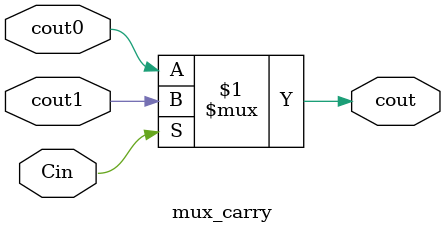
<source format=v>
`timescale 1ns/10ps

module mux_carry(cout, cout0, cout1, Cin);
output cout;
input cout0, cout1, Cin;

assign cout = Cin ? cout1 : cout0;

endmodule

</source>
